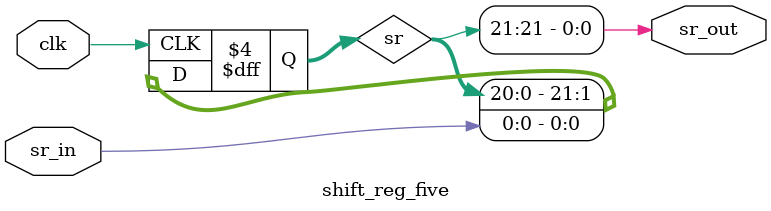
<source format=v>
`timescale 1ns/1ps
module testbench_newton_two();

reg clk;
reg asyn_reset;
reg [1:0] mul_one_op_two,mul_one_op_one;
integer stop;
integer flag;
wire [1:0] product_one;

reg data_x_mul_one_vld,data_y_mul_one_vld,d_out_mul_one_rdy;
wire data_x_mul_one_rdy,data_y_mul_one_rdy,d_out_mul_one_vld;
// multiplier one hd signals

reg [1:0] add_one_op_one, add_one_op_two;
wire [1:0] sum_one;

reg data_x_add_one_vld, data_y_add_one_vld, d_out_add_one_rdy;
wire data_x_add_one_rdy, data_y_add_one_rdy, d_out_add_one_vld;

integer cnt_adder_one = 0;

// adder one hd signals

reg [1:0] mul_two_op_one, mul_two_op_two;
wire [1:0] product_two;
reg [1:0] product_two_wait_one, product_two_wait_two, product_two_wait_three;

reg data_x_mul_two_vld,data_y_mul_two_vld,d_out_mul_two_rdy;
wire data_x_mul_two_rdy,data_y_mul_two_rdy,d_out_mul_two_vld;
// multiplier two 

reg [1:0] div_one_op_one, div_one_op_two;
wire [1:0] quotient_one;

reg data_x_div_one_vld, data_y_div_one_vld, d_out_div_one_rdy;
wire data_x_div_one_rdy, data_y_div_one_rdy, d_out_div_one_vld;

integer cnt_div_op_one = 0;
integer cnt_div_op_two = 0;
// divider one

reg [1:0] add_two_op_one, add_two_op_two;
wire [1:0] sum_two;

reg data_x_add_two_vld, data_y_add_two_vld, d_out_add_two_rdy;
wire data_x_add_two_rdy, data_y_add_two_rdy, d_out_add_two_vld;

integer cnt_adder_two = 0;
// addder two


// second iteration

reg [1:0] mul_three_op_one, mul_three_op_two;
wire [1:0] product_three;

reg data_x_mul_three_vld,data_y_mul_three_vld,d_out_mul_three_rdy;
wire data_x_mul_three_rdy,data_y_mul_three_rdy,d_out_mul_three_vld;
// multiplier_three

reg [1:0] add_three_op_one, add_three_op_two;
wire [1:0] sum_three;

reg data_x_add_three_vld, data_y_add_three_vld, d_out_add_three_rdy;
wire data_x_add_three_rdy, data_y_add_three_rdy, d_out_add_three_vld;

integer cnt_adder_three = 0;
// adder three


reg [1:0] mul_four_op_one, mul_four_op_two;
wire [1:0] product_four;

reg data_x_mul_four_vld,data_y_mul_four_vld,d_out_mul_four_rdy;
wire data_x_mul_four_rdy,data_y_mul_four_rdy,d_out_mul_four_vld;
integer cnt_mul_four = 0;
//multiplier four


reg [1:0] div_two_op_one, div_two_op_two;
wire [1:0] quotient_two;

reg data_x_div_two_vld, data_y_div_two_vld, d_out_div_two_rdy;
wire data_x_div_two_rdy, data_y_div_two_rdy, d_out_div_two_vld;

// divider two

reg [1:0] add_four_op_one, add_four_op_two;
wire [1:0] sum_four;

reg data_x_add_four_vld, data_y_add_four_vld, d_out_add_four_rdy;
wire data_x_add_four_rdy, data_y_add_four_rdy, d_out_add_four_vld;

integer cnt_adder_four = 0;
// adder four

// third iteration


reg [1:0] mul_five_op_one, mul_five_op_two;
wire [1:0] product_five;

reg data_x_mul_five_vld,data_y_mul_five_vld,d_out_mul_five_rdy;
wire data_x_mul_five_rdy,data_y_mul_five_rdy,d_out_mul_five_vld;
integer cnt_mul_five = 0;
// multiplier five


reg [1:0] add_five_op_one, add_five_op_two;
wire [1:0] sum_five;

reg data_x_add_five_vld, data_y_add_five_vld, d_out_add_five_rdy;
wire data_x_add_five_rdy, data_y_add_five_rdy, d_out_add_five_vld;

integer cnt_adder_five = 0;
//adder five

reg [1:0] mul_six_op_one, mul_six_op_two;
wire [1:0] product_six;

reg data_x_mul_six_vld,data_y_mul_six_vld,d_out_mul_six_rdy;
wire data_x_mul_six_rdy,data_y_mul_six_rdy,d_out_mul_six_vld;
integer cnt_mul_six = 0;
// multiplier six 

reg [1:0] div_three_op_one, div_three_op_two;
wire [1:0] quotient_three;

reg data_x_div_three_vld, data_y_div_three_vld, d_out_div_three_rdy;
wire data_x_div_three_rdy, data_y_div_three_rdy, d_out_div_three_vld;

integer cnt_div_three_op_one = 0;
integer cnt_div_three_op_two = 0;
// divider three



reg [1:0] add_six_op_one, add_six_op_two;
wire [1:0] sum_six;

reg data_x_add_six_vld, data_y_add_six_vld, d_out_add_six_rdy;
wire data_x_add_six_rdy, data_y_add_six_rdy, d_out_add_six_vld;

integer cnt_adder_six = 0;
//adder six

//iteration four

reg [1:0] mul_seven_op_one, mul_seven_op_two;
wire [1:0] product_seven;

reg data_x_mul_seven_vld,data_y_mul_seven_vld,d_out_mul_seven_rdy;
wire data_x_mul_seven_rdy,data_y_mul_seven_rdy,d_out_mul_seven_vld;
integer cnt_mul_seven = 0;
// multiplier seven

reg [1:0] add_seven_op_one, add_seven_op_two;
wire [1:0] sum_seven;

reg data_x_add_seven_vld, data_y_add_seven_vld, d_out_add_seven_rdy;
wire data_x_add_seven_rdy, data_y_add_seven_rdy, d_out_add_seven_vld;

integer cnt_add_seven = 0;
//adder seven


reg [1:0] mul_eight_op_one, mul_eight_op_two;
wire [1:0] product_eight;

reg data_x_mul_eight_vld,data_y_mul_eight_vld,d_out_mul_eight_rdy;
wire data_x_mul_eight_rdy,data_y_mul_eight_rdy,d_out_mul_eight_vld;
integer cnt_mul_eight = 0;

// mult eight

reg [1:0] div_four_op_one, div_four_op_two;
wire [1:0] quotient_four;

reg data_x_div_four_vld, data_y_div_four_vld, d_out_div_four_rdy;
wire data_x_div_four_rdy, data_y_div_four_rdy, d_out_div_four_vld;

integer cnt_div_four_op_one = 0;
integer cnt_div_four_op_two = 0;
// divider four

reg [1:0] add_eight_op_one, add_eight_op_two;
wire [1:0] sum_eight;

reg data_x_add_eight_vld, data_y_add_eight_vld, d_out_add_eight_rdy;
wire data_x_add_eight_rdy, data_y_add_eight_rdy, d_out_add_eight_vld;

integer cnt_add_eight = 0;
integer cnt_add_eight_two = 0;

// iteration five

reg [1:0] mul_nine_op_one, mul_nine_op_two;
wire [1:0] product_nine;

reg data_x_mul_nine_vld,data_y_mul_nine_vld,d_out_mul_nine_rdy;
wire data_x_mul_nine_rdy,data_y_mul_nine_rdy,d_out_mul_nine_vld;
integer cnt_mul_nine = 0;
// mul nine

reg [1:0] mul_ten_op_one, mul_ten_op_two;
wire [1:0] product_ten;

reg data_x_mul_ten_vld,data_y_mul_ten_vld,d_out_mul_ten_rdy;
wire data_x_mul_ten_rdy,data_y_mul_ten_rdy,d_out_mul_ten_vld;
integer cnt_mul_ten = 0;
// mul ten

reg [1:0] add_nine_op_one, add_nine_op_two;
wire [1:0] sum_nine;

reg data_x_add_nine_vld, data_y_add_nine_vld, d_out_add_nine_rdy;
wire data_x_add_nine_rdy, data_y_add_nine_rdy, d_out_add_nine_vld;

integer cnt_add_nine = 0;
integer cnt_add_nine_two = 0;
// adder nine

reg [1:0] div_five_op_one, div_five_op_two;
wire [1:0] quotient_five;

reg data_x_div_five_vld, data_y_div_five_vld, d_out_div_five_rdy;
wire data_x_div_five_rdy, data_y_div_five_rdy, d_out_div_five_vld;

integer cnt_div_five_op_one = 0;
integer cnt_div_five_op_two = 0;
// div five

reg [1:0] add_ten_op_one, add_ten_op_two;
wire [1:0] sum_ten;

reg data_x_add_ten_vld, data_y_add_ten_vld, d_out_add_ten_rdy;
wire data_x_add_ten_rdy, data_y_add_ten_rdy, d_out_add_ten_vld;

integer cnt_add_ten = 0;
integer cnt_add_ten_two = 0;
// add ten

integer data_in_file_x, data_in_file_x_two, data_in_file_x_three, data_in_file_x_four, data_in_file_x_five, data_in_file_x_six, data_in_file_y, data_out_file, data_out_three_file;
integer scan_file_add_one, scan_file_mul_one, scan_file_mul_two;
integer scan_file_mul_three, scan_file_mul_four; // these pointers used by mul_two
integer scan_file_add_two;
integer scan_file_add_three, data_in_file_y_two;
integer scan_file_mul_five; 
integer scan_file_add_five, data_in_file_y_three;
integer scan_file_mul_six;
integer data_in_file_x_seven;
integer scan_file_add_seven, data_in_file_y_four;
integer data_out_one_file, data_out_two_file;
integer scan_file_mul_eight, data_in_file_x_eight;
integer scan_file_mul_ten, data_in_file_x_ten;
integer scan_file_add_nine, data_in_file_y_five;
initial begin

        clk=1;
        while(1) begin
                #10 clk=~clk;
        end
end

initial begin
  	data_in_file_x = $fopen("/home/aaron/verilog/file_IO/Newton/x_value.txt","r");
  	data_in_file_x_two = $fopen("/home/aaron/verilog/file_IO/Newton/x_value.txt","r");
  	data_in_file_y = $fopen("/home/aaron/verilog/file_IO/Newton/b_value.txt","r");
  	data_out_file = $fopen("/home/aaron/verilog/file_IO/Newton/result.dat","w");
	data_out_one_file = $fopen("/home/aaron/verilog/file_IO/Newton/result_one.dat","w"); 
	data_out_two_file = $fopen("/home/aaron/verilog/file_IO/Newton/result_two.dat","w"); 
	data_out_three_file = $fopen ("/home/aaron/verilog/file_IO/Newton/div_five_result.dat","w");
	data_in_file_x_three = $fopen("/home/aaron/verilog/file_IO/Newton/x_value.txt","r");
	data_in_file_x_four = $fopen("/home/aaron/verilog/file_IO/Newton/x_value.txt","r");
	data_in_file_x_five =  $fopen("/home/aaron/verilog/file_IO/Newton/x_value.txt","r");
  	data_in_file_y_two = $fopen("/home/aaron/verilog/file_IO/Newton/b_value.txt","r");
	data_in_file_x_six =  $fopen("/home/aaron/verilog/file_IO/Newton/x_value.txt","r");
  	data_in_file_y_three = $fopen("/home/aaron/verilog/file_IO/Newton/b_value.txt","r");
	data_in_file_x_seven =  $fopen("/home/aaron/verilog/file_IO/Newton/x_value.txt","r");
  	data_in_file_y_four = $fopen("/home/aaron/verilog/file_IO/Newton/b_value.txt","r");
	data_in_file_x_eight =  $fopen("/home/aaron/verilog/file_IO/Newton/x_value.txt","r");
	data_in_file_x_ten = $fopen("/home/aaron/verilog/file_IO/Newton/x_value.txt","r");
	data_in_file_y_five = $fopen("/home/aaron/verilog/file_IO/Newton/b_value.txt","r");
end

initial begin
	scan_file_mul_one = $fscanf(data_in_file_x , "%b", mul_one_op_one);
	scan_file_mul_two = $fscanf(data_in_file_x_two, "%b", mul_one_op_two);
	scan_file_mul_three = $fscanf(data_in_file_x_three, "%b", mul_two_op_one); 
	scan_file_mul_four = $fscanf(data_in_file_x_four, "%b", mul_two_op_two); 
	data_x_mul_one_vld <= 1;
	data_y_mul_one_vld <= 1;
	d_out_mul_one_rdy <= 1;
	asyn_reset <= 1;
	flag <= 0;
	stop <= 3;
	
	data_y_add_one_vld <= 1;
	add_one_op_one <= 0;
	add_one_op_two <= 0;
	
	data_x_mul_two_vld <= 1;
	data_y_mul_two_vld <= 1;

	div_one_op_one = 0;
	div_one_op_two = 0;
	
	product_two_wait_one <= 0;
	product_two_wait_two <= 0;
	product_two_wait_three <= 0;

	add_two_op_one <= 0;
	add_two_op_two <= 0;
	data_x_add_two_vld <= 1;  // scanning from input file 

	mul_three_op_one <= 0;
	mul_three_op_two <= 0;
	
	add_three_op_one <= 0;
	add_three_op_two <= 0;
	data_y_add_three_vld <= 1;

	mul_four_op_one <= 0;
	mul_four_op_two <= 0;
	data_x_mul_four_vld <= 1;

	div_two_op_two <= 0;
	div_two_op_one <= 0;

	add_four_op_one <= 0;
	add_four_op_two <= 0;

	mul_five_op_one <= 0;
	mul_five_op_two <= 0;

	add_five_op_one <= 0;
	add_five_op_two <= 0;

	mul_six_op_one <= 0;
	mul_six_op_two <= 0;

	div_three_op_one <= 0;
	div_three_op_two <= 0;

	add_six_op_one <= 0;
	add_six_op_two <= 0;

	mul_seven_op_one <= 0;
	mul_seven_op_two <= 0;

	add_seven_op_one <= 0;
	add_seven_op_two <= 0;

	mul_eight_op_one <= 0;
	mul_eight_op_two <= 0;

	div_four_op_one <= 0;
	div_four_op_two <= 0;

	add_eight_op_one <= 0;
	add_eight_op_two <= 0;

	div_five_op_one <= 0;
	div_five_op_two <= 0;

	mul_nine_op_one <= 0;
	mul_nine_op_two <= 0;

	mul_ten_op_one <= 0;
	mul_ten_op_two <= 0;

	add_nine_op_one <= 0;
	add_nine_op_two <= 0;

	add_ten_op_one <= 0;
	add_ten_op_two <= 0;
end

always @ (*) begin
	data_x_add_one_vld <= d_out_mul_one_vld;
	d_out_mul_one_rdy <= data_x_add_one_rdy;
	// connecting mult_one with add_one
	data_x_div_one_vld <= d_out_add_one_vld;
	d_out_add_one_rdy <= data_x_div_one_rdy;
	data_y_div_one_vld <= d_out_mul_two_vld;	
	d_out_mul_two_rdy <= data_y_div_one_rdy;	
	// connecting divider with mul_two and add_one
	d_out_add_two_rdy <= 1;
	if (cnt_adder_two >= 40) begin
		d_out_div_one_rdy <= data_y_add_two_rdy;
		data_y_add_two_vld <= d_out_div_one_vld;
	end
	else begin
		d_out_div_one_rdy <= 1;
		data_y_add_two_vld <= 1;
	end
	// connecting adder_Two with div_one;
	
	data_x_mul_three_vld <= d_out_add_two_vld;
	data_y_mul_three_vld <= d_out_add_two_vld;
	d_out_add_two_rdy <= data_x_mul_three_rdy;
	// connecting adder_Two with mul_three
	
	data_x_add_three_vld <= d_out_mul_three_vld;
	d_out_mul_three_rdy <= data_x_add_three_rdy;
	// connecting mul_three with add_three
	
	data_y_mul_four_vld <= d_out_add_two_vld;
	data_x_mul_four_vld <= 1;
	// connecting mul_four with add_two
	
	data_x_div_two_vld <= d_out_add_three_vld;
	d_out_add_three_rdy <= data_x_div_two_rdy;
	data_y_div_two_vld <= d_out_mul_four_vld;
	d_out_mul_four_rdy <= data_y_div_two_rdy;
	
	// connecting mul_four,adder_three with div_two
	
	data_x_add_four_vld <= d_out_add_two_vld;

	data_y_add_four_vld <= d_out_div_two_vld;
	d_out_div_two_rdy <= data_y_add_four_rdy;	
	// connecting add_two, div_two with add_four
	if (cnt_adder_four >= 34) begin
	        data_x_mul_five_vld <= d_out_add_four_vld;
		data_y_mul_five_vld <= d_out_add_four_vld;
	end
 	else begin
		data_x_mul_five_vld <= 0;
		data_y_mul_five_vld <= 0;
	end

 	d_out_add_four_rdy <= data_x_mul_five_rdy & data_y_mul_five_rdy;
	// connecting mul_five with add_four
	
	data_x_add_five_vld <= d_out_mul_five_vld;
	d_out_mul_five_rdy <= data_x_add_five_rdy;
	data_y_add_five_vld <= 1;
	// connecting add_five with mul_five
	
	if (cnt_mul_six > 44) begin
		data_y_mul_six_vld <= d_out_add_four_vld;
		data_x_mul_six_vld <= 1;
	end
	else begin
		data_y_mul_six_vld <= 0;
		data_x_mul_six_vld <= 0;
	end

	// mul_six
	data_x_div_three_vld <= d_out_add_five_vld;
	data_y_div_three_vld <= d_out_mul_six_vld;
	d_out_add_five_rdy <= data_x_div_three_rdy;
	d_out_mul_six_rdy <= data_y_div_three_rdy;
	// div_three
	
	data_x_add_six_vld <= d_out_add_four_vld;
	data_y_add_six_vld <= d_out_div_three_vld;
	d_out_div_three_rdy <= data_y_add_six_rdy;
	// add_six
	if (cnt_mul_seven > 57) begin	
		data_x_mul_seven_vld <= d_out_add_six_vld;
		data_y_mul_seven_vld <= d_out_add_six_vld;
	end
	else begin
		data_x_mul_seven_vld <= 0;
		data_y_mul_seven_vld <= 0;
	end
	d_out_add_six_rdy <= data_x_mul_seven_rdy;

	// multiplier seven
	data_x_add_seven_vld <= d_out_mul_seven_vld;
	data_y_add_seven_vld <= 1;
	d_out_mul_seven_rdy <= data_x_add_seven_rdy;
	//adder seven

	data_x_mul_eight_vld <= 1;
	data_y_mul_eight_vld <= d_out_add_six_vld;
	// multiplier eight

	data_x_div_four_vld <= d_out_add_seven_vld;
	data_y_div_four_vld <= d_out_mul_eight_vld;
	d_out_add_seven_rdy <= data_x_div_four_rdy;
	d_out_mul_eight_rdy <= data_y_div_four_rdy;
	d_out_div_four_rdy <= 1;
	// div four
	
	data_x_add_eight_vld <= d_out_add_six_vld;
	data_y_add_eight_vld <= d_out_div_four_vld;
	d_out_div_four_rdy <= data_y_add_eight_rdy;
	// add eight

	if (cnt_mul_nine > 60) begin
		data_x_mul_nine_vld <= d_out_add_eight_vld;
		data_y_mul_nine_vld <= d_out_add_eight_vld;
	end
	else begin
		data_x_mul_nine_vld <= 0;
		data_y_mul_nine_vld <= 0;
	end

	d_out_add_eight_rdy <= data_x_mul_nine_rdy;
	// mul_nine
	data_x_mul_ten_vld <= 1;
	data_y_mul_ten_vld <= d_out_add_eight_vld;
	// mul_ten
	
	data_x_add_nine_vld <= d_out_mul_nine_vld;
	data_y_add_nine_vld <= 1;
	d_out_add_nine_rdy <= 1;
	// add nine
		
	data_x_div_five_vld <= d_out_mul_nine_vld;
	data_y_div_five_vld <= d_out_mul_ten_vld;
	d_out_mul_nine_rdy <= data_x_div_five_rdy;
	d_out_mul_ten_rdy <= data_y_div_five_rdy;
	d_out_div_five_rdy <= data_y_add_ten_rdy;
	// div five
	
	data_x_add_ten_vld <= d_out_add_eight_vld;
	data_y_add_ten_vld <= d_out_div_five_vld;
	d_out_add_ten_rdy <= 1;
end


wire [1:0] tmp_two;
wire [1:0] tmp_three;
reg [1:0] tmp_add_nine;

always@(negedge clk) begin
	asyn_reset <= 0;
        if(data_x_mul_one_rdy && data_x_mul_one_vld) begin
                scan_file_mul_one = $fscanf(data_in_file_x,"%b",mul_one_op_one);
        end
        if (data_y_mul_one_rdy && data_y_mul_one_vld) begin
                scan_file_mul_two = $fscanf(data_in_file_x_two,"%b",mul_one_op_two);
        end
        if (d_out_mul_one_rdy && d_out_mul_one_vld) begin
        	cnt_adder_one = cnt_adder_one + 1;
	end
	if (cnt_adder_one > 3) begin
		if (data_x_add_one_rdy && data_x_add_one_vld) begin
			add_one_op_one <= product_one;
		end
		if (data_y_add_one_rdy && data_y_add_one_vld) begin
                	scan_file_add_one = $fscanf ( data_in_file_y, "%b", add_one_op_two);
		end
	end
	if (data_x_mul_two_rdy && data_x_mul_two_vld) begin
		scan_file_mul_three = $fscanf(data_in_file_x_three, "%b", mul_two_op_one); 
	end
	if (data_y_mul_two_rdy && data_y_mul_two_vld) begin
		scan_file_mul_four = $fscanf(data_in_file_x_four, "%b", mul_two_op_two); 
	end
	if (d_out_add_one_rdy && d_out_add_one_vld) begin
		cnt_div_op_one = cnt_div_op_one + 1;
	end
	if (d_out_mul_two_rdy && d_out_mul_two_vld) begin
		cnt_div_op_two = cnt_div_op_two +1;
	end
	if (data_x_div_one_vld && data_x_div_one_rdy && (cnt_div_op_one > 7)) begin
		div_one_op_one <= ~sum_one;
	end
		if (data_y_div_one_vld && data_y_div_one_rdy) begin
		div_one_op_two <= product_two_wait_two;
		product_two_wait_three <= product_two_wait_two;	
		product_two_wait_two <= product_two_wait_one; 
		product_two_wait_one <= product_two;
	end
	if (d_out_div_one_rdy && d_out_div_one_vld) begin
		cnt_adder_two <= cnt_adder_two + 1;
	end

	if (data_x_add_two_vld && data_x_add_two_rdy) begin
		if (cnt_adder_two > 39) begin
			scan_file_add_two = $fscanf(data_in_file_x_five, "%b", add_two_op_one);
		end
		else begin
			add_two_op_one <= 0;
		end
	end
	if (data_y_add_two_rdy && data_y_add_two_vld) begin
		add_two_op_two <= quotient_one;
	end
	if (d_out_add_two_vld && d_out_add_two_rdy) begin
		cnt_mul_four <= cnt_mul_four + 1;
		cnt_adder_four <= cnt_adder_four + 1;
	end
	if (data_x_mul_three_rdy && data_x_mul_three_vld) begin
		mul_three_op_one <= sum_two;
	end
	if (data_y_mul_three_rdy && data_y_mul_three_vld) begin
		mul_three_op_two <= sum_two;
	end
	if (d_out_mul_three_rdy && d_out_mul_three_vld) begin
		cnt_adder_three <= cnt_adder_three + 1;
	end

	if (data_y_add_three_rdy && data_y_add_three_vld) begin
		if (cnt_adder_three > 28) begin
			scan_file_add_three = $fscanf(data_in_file_y_two, "%b", add_three_op_two);
		end
		else begin
			add_three_op_two <= 0;
		end
	end
	if (data_x_add_three_vld && data_x_add_three_rdy) begin
		add_three_op_one <= product_three;
	end

	if (data_x_mul_four_vld && data_x_mul_four_rdy) begin
		if (cnt_mul_four > 11) begin
			scan_file_mul_five = $fscanf (data_in_file_x_six, "%b", mul_four_op_one);
		end
		else begin
			mul_four_op_one <= 0;
		end
	end
	if (data_y_mul_four_vld && data_x_mul_four_rdy) begin
		mul_four_op_two <= sum_two;
	end

	if (data_x_div_two_rdy && data_x_div_two_vld) begin
		div_two_op_one <= sum_three;
	end
	if (data_y_div_two_rdy && data_y_div_two_vld) begin
		div_two_op_two <= product_four;
	end
//	if (data_x_add_four_rdy && data_x_add_four_vld) begin
//		add_four_op_one <= sum_two;
//	end
	if (data_y_add_four_rdy && data_y_add_four_vld) begin
		add_four_op_two <= quotient_two;
	end
	if (data_x_mul_five_rdy && data_x_mul_five_vld) begin
		mul_five_op_one <= sum_four;
	end
	if (data_y_mul_five_rdy && data_y_mul_five_vld) begin
		mul_five_op_two <= sum_four;
	end
	if (d_out_mul_five_rdy && d_out_mul_five_vld) begin
		cnt_adder_five = cnt_adder_five + 1;
	end
	if (data_x_add_five_rdy && data_x_add_five_vld) begin
		add_five_op_one <= product_five;
	end
	if (data_y_add_five_rdy && data_y_add_five_vld) begin
		if (cnt_adder_five < 7) begin
			add_five_op_two <= 0;
		end
		else begin
			scan_file_add_five = $fscanf (data_in_file_y_three, "%b", add_five_op_two);
		end
	end
	if (data_x_mul_six_rdy && data_x_mul_six_vld) begin
		if (cnt_mul_six > 45) begin
			scan_file_mul_six = $fscanf (data_in_file_x_seven, "%b", mul_six_op_one);	
		end
		else begin
			mul_six_op_one <= 0;
		end
	end
	if (data_y_mul_six_rdy && data_y_mul_six_vld) begin
		mul_six_op_two <= sum_four;
	end
	if (d_out_add_four_rdy && d_out_add_four_vld) begin
		cnt_mul_six <= cnt_mul_six + 1;
	end
	if (d_out_mul_six_rdy && d_out_mul_six_vld) begin
		cnt_div_three_op_one <= cnt_div_three_op_one + 1;
	end
	if (d_out_add_five_vld && d_out_add_five_rdy) begin
		cnt_div_three_op_two <= cnt_div_three_op_two + 1;
	end
	if (data_x_div_three_rdy && data_x_div_three_vld) begin
		div_three_op_one <= sum_five;
	end
	if (data_y_div_three_rdy && data_y_div_three_vld) begin
		div_three_op_two <= product_six;
	end
	if (d_out_div_three_vld && d_out_div_three_rdy) begin
		//$fwrite(data_out_file, "%b\n", quotient_three);
		cnt_adder_six <= cnt_adder_six + 1;
	end
	if (d_out_add_six_rdy && d_out_add_six_vld) begin
//		$fwrite(data_out_file, "%b\n", sum_six);
		cnt_mul_seven = cnt_mul_seven + 1;
	end

//	if (data_x_add_six_vld && data_x_add_six_rdy) begin
//		add_six_op_one <= sum_four;
//	end
	if (data_y_add_six_rdy && data_y_add_six_vld) begin
		add_six_op_two <= quotient_three;
	end
	if (data_x_mul_seven_vld && data_x_mul_seven_rdy) begin
		mul_seven_op_one <= sum_six;
	end
	if (data_y_mul_seven_vld && data_y_mul_seven_rdy) begin
		mul_seven_op_two <= sum_six;
	end
	if (d_out_mul_seven_vld && d_out_mul_seven_rdy) begin
		cnt_add_seven = cnt_add_seven + 1;
	end
	if (data_x_add_seven_rdy && data_x_add_seven_vld) begin
		add_seven_op_one <= product_seven;
	end
	if (d_out_add_seven_rdy && d_out_add_seven_vld) begin
	//	$fwrite(data_out_file, "%b\n", sum_seven);
	end

	if (data_y_add_seven_rdy && data_y_add_seven_vld) begin
		if (cnt_add_seven > 8) begin
			scan_file_add_seven = $fscanf (data_in_file_y_four, "%b", add_seven_op_two);
		end
		else begin
			add_seven_op_two <= 0;
		end
	end
	if (data_x_mul_eight_rdy && data_x_mul_eight_vld) begin
		scan_file_mul_eight = $fscanf (data_in_file_x_eight, "%b", mul_eight_op_one);
	end
	if (data_y_mul_eight_rdy && data_y_mul_eight_vld) begin
		mul_eight_op_two <= sum_six;
	end
	if (d_out_mul_eight_vld && d_out_mul_eight_rdy) begin
		cnt_mul_eight <= cnt_mul_eight + 1;
	end

	
	if (d_out_add_seven_vld && d_out_add_seven_rdy) begin
		cnt_div_four_op_one <= cnt_div_four_op_one + 1;
	end
	if (d_out_add_four_vld && d_out_add_four_rdy) begin
		cnt_div_four_op_two <= cnt_div_four_op_two + 1;
	end
	if (data_x_div_four_rdy && data_x_div_four_vld) begin
		if (sum_seven == 2'b11) begin
			div_four_op_one <= 0;
		end
		else begin
			div_four_op_one <= sum_seven;
		end

	end

	if (d_out_div_four_rdy && d_out_div_four_vld) begin
		cnt_add_eight <= cnt_add_eight + 1;
	end
	if (data_x_add_eight_vld && data_x_add_eight_rdy) begin
	//	add_eight_op_one <= sum_six;
		cnt_add_eight_two <= cnt_add_eight_two + 1;
	end
	if (data_y_add_eight_rdy && data_y_add_eight_vld) begin
		add_eight_op_two <= quotient_four;
	end
	if (d_out_add_eight_rdy && d_out_add_eight_vld) begin
		cnt_mul_nine <= cnt_mul_nine + 1;
		cnt_add_ten <= cnt_add_ten + 1;
	end
	if (data_x_mul_nine_rdy && data_x_mul_nine_vld) begin
		mul_nine_op_one <= sum_eight;
	end
	if (data_y_mul_nine_vld && data_y_mul_nine_rdy) begin
		mul_nine_op_two <= sum_eight;
	end
	if (d_out_mul_nine_rdy && d_out_mul_nine_vld) begin
		cnt_add_nine <= cnt_add_nine + 1;
	end
	if (data_x_mul_ten_vld && data_x_mul_ten_rdy) begin
		scan_file_mul_ten = $fscanf(data_in_file_x_ten, "%b", mul_ten_op_one);
	end
	if (data_y_mul_ten_vld && data_y_mul_ten_rdy) begin
		mul_ten_op_two <= sum_eight;
	end
	if (d_out_mul_ten_vld && d_out_mul_ten_rdy) begin
	end

	if (data_x_add_nine_rdy && data_x_add_nine_vld)begin
		add_nine_op_one <= product_nine;
	end
	if (data_y_add_nine_rdy && data_y_add_nine_vld) begin
		if (cnt_add_nine > 30 ) begin
			scan_file_add_nine = $fscanf(data_in_file_y_five, "%b", add_nine_op_two);
		end
		else begin
			add_nine_op_two <= 0;
		end

	end
	if (d_out_add_nine_rdy && d_out_add_nine_vld) begin
	end

	if (data_x_div_five_vld && data_x_div_five_rdy) begin
		$fwrite(data_out_one_file, "%b\n", div_five_op_one);
		if (cnt_add_nine > 50) begin
			div_five_op_one <= product_nine;
		end
		else begin
			div_five_op_one <= 0;
		end
	end
	if (data_y_div_five_vld && data_y_div_five_rdy) begin
		//div_five_op_two <= product_ten; 
		$fwrite(data_out_two_file, "%b\n", div_five_op_two);
	end

	if (d_out_div_five_rdy && d_out_div_five_vld) begin
		cnt_add_ten_two <= cnt_add_ten_two + 1;
	end
	if (data_x_add_ten_vld && data_x_add_ten_rdy) begin
		//add_ten_op_one <= sum_eight;
	end
	if (data_y_add_ten_vld && data_y_add_ten_rdy) begin
		add_ten_op_two <= quotient_five;
	end
	if (d_out_add_ten_rdy && d_out_add_ten_vld) begin
		$fwrite(data_out_file, "%b\n", sum_ten);
	end
end

wire [1:0] tmp;
shift_reg upper_shift( data_x_add_four_vld,sum_two[1],tmp[1]);
shift_reg lower_shift(data_x_add_four_vld,sum_two[0],tmp[0]);
always @ (*) begin
	add_four_op_one <= tmp;
end

wire [1:0] tmp_one;
shift_reg_one upper_shift_one (data_x_add_five_vld, sum_four[1], tmp_one[1]);
shift_reg_one lower_shift_one (data_x_add_five_vld, sum_four[0], tmp_one[0]);

always @ (*) begin
	add_six_op_one <= tmp_one;
end

shift_reg_two upper_shift_two(data_y_div_four_vld,product_eight[1],tmp_two[1]);
shift_reg_two lower_shift_two(data_y_div_four_vld,product_eight[0],tmp_two[0]);
always @ (*) begin
	div_four_op_two <= tmp_two;
end

shift_reg_three upper_shift_three(data_x_add_eight_vld,sum_six[1],tmp_three[1]);
shift_reg_three lower_shift_three(data_x_add_eight_vld,sum_six[0],tmp_three[0]);
always @ (*) begin
	add_eight_op_one<= tmp_three;
end

wire [1:0] tmp_four;
shift_reg_four upper_shift_four(data_y_div_five_vld,product_ten[1],tmp_four[1]);
shift_reg_four lower_shift_four(data_y_div_five_vld,product_ten[0],tmp_four[0]);
always @ (*) begin
	div_five_op_two<= tmp_four;
end

wire [1:0] tmp_five;
shift_reg_five upper_shift_five(data_x_add_ten_vld,sum_eight[1],tmp_five[1]);
shift_reg_five lower_shift_five(data_x_add_ten_vld,sum_eight[0],tmp_five[0]);
always @ (*) begin
	add_ten_op_one<= tmp_five;
end
Newton_Method Newton(
clk, 
asyn_reset, 
mul_one_op_one, 
mul_one_op_two, 
product_one, 
data_x_mul_one_vld, 
data_x_mul_one_rdy, 
data_y_mul_one_vld, 
data_y_mul_one_rdy,
d_out_mul_one_rdy, 
d_out_mul_one_vld, 
add_one_op_one, 
add_one_op_two, 
sum_one, 
data_x_add_one_vld, 
data_y_add_one_vld, 
d_out_add_one_rdy,
data_x_add_one_rdy, 
data_y_add_one_rdy, 
d_out_add_one_vld, 
mul_two_op_one,
mul_two_op_two,
product_two, 
product_two_wait_one, 
product_two_wait_two, 
product_two_wait_three, 
data_x_mul_two_vld,
data_y_mul_two_vld,
d_out_mul_two_rdy, 
data_x_mul_two_rdy,
data_y_mul_two_rdy,
d_out_mul_two_vld,
div_one_op_one, 
div_one_op_two,
quotient_one,
data_x_div_one_vld, 
data_y_div_one_vld, 
d_out_div_one_rdy,
data_x_div_one_rdy, 
data_y_div_one_rdy, 
d_out_div_one_vld,
add_two_op_one, 
add_two_op_two,
sum_two,
data_x_add_two_vld, 
data_y_add_two_vld, 
d_out_add_two_rdy,
data_x_add_two_rdy, 
data_y_add_two_rdy, 
d_out_add_two_vld,
mul_three_op_one, 
mul_three_op_two,
product_three,
data_x_mul_three_vld,
data_y_mul_three_vld,
d_out_mul_three_rdy,
data_x_mul_three_rdy,
data_y_mul_three_rdy,
d_out_mul_three_vld,
add_three_op_one, 
add_three_op_two,
sum_three,
data_x_add_three_vld, 
data_y_add_three_vld, 
d_out_add_three_rdy,
data_x_add_three_rdy, 
data_y_add_three_rdy, 
d_out_add_three_vld,
mul_four_op_one,
mul_four_op_two,
product_four,
data_x_mul_four_vld,
data_y_mul_four_vld,
d_out_mul_four_rdy,
data_x_mul_four_rdy,
data_y_mul_four_rdy,
d_out_mul_four_vld,
div_two_op_one, 
div_two_op_two,
quotient_two,
data_x_div_two_vld,
data_y_div_two_vld, 
d_out_div_two_rdy,
data_x_div_two_rdy, 
data_y_div_two_rdy, 
d_out_div_two_vld,
add_four_op_one, 
add_four_op_two,
sum_four,
data_x_add_four_vld, 
data_y_add_four_vld, 
d_out_add_four_rdy,
data_x_add_four_rdy, 
data_y_add_four_rdy, 
d_out_add_four_vld,
mul_five_op_one, 
mul_five_op_two,
product_five,
data_x_mul_five_vld,
data_y_mul_five_vld,
d_out_mul_five_rdy,
data_x_mul_five_rdy,
data_y_mul_five_rdy,
d_out_mul_five_vld,
add_five_op_one, 
add_five_op_two,
sum_five,
data_x_add_five_vld, 
data_y_add_five_vld, 
d_out_add_five_rdy,
data_x_add_five_rdy, 
data_y_add_five_rdy, 
d_out_add_five_vld,
mul_six_op_one, 
mul_six_op_two,
product_six,
data_x_mul_six_vld,
data_y_mul_six_vld,
d_out_mul_six_rdy,
data_x_mul_six_rdy,
data_y_mul_six_rdy,
d_out_mul_six_vld,
div_three_op_one,
div_three_op_two,
quotient_three,
data_x_div_three_vld, 
data_y_div_three_vld, 
d_out_div_three_rdy,
data_x_div_three_rdy, 
data_y_div_three_rdy, 
d_out_div_three_vld,
add_six_op_one, 
add_six_op_two,
sum_six,
data_x_add_six_vld, 
data_y_add_six_vld, 
d_out_add_six_rdy,
data_x_add_six_rdy, 
data_y_add_six_rdy, 
d_out_add_six_vld,
mul_seven_op_one, 
mul_seven_op_two,
product_seven,
data_x_mul_seven_vld,
data_y_mul_seven_vld,
d_out_mul_seven_rdy,
data_x_mul_seven_rdy,
data_y_mul_seven_rdy,
d_out_mul_seven_vld,
add_seven_op_one, 
add_seven_op_two,
sum_seven,
data_x_add_seven_vld, 
data_y_add_seven_vld,
d_out_add_seven_rdy,
data_x_add_seven_rdy, 
data_y_add_seven_rdy, 
d_out_add_seven_vld,
mul_eight_op_one, 
mul_eight_op_two,
product_eight,
data_x_mul_eight_vld,
data_y_mul_eight_vld,
d_out_mul_eight_rdy,
data_x_mul_eight_rdy,
data_y_mul_eight_rdy,
d_out_mul_eight_vld,
div_four_op_one,
div_four_op_two,
quotient_four,
data_x_div_four_vld,
data_y_div_four_vld, 
d_out_div_four_rdy,
data_x_div_four_rdy, 
data_y_div_four_rdy, 
d_out_div_four_vld,
add_eight_op_one, 
add_eight_op_two,
sum_eight,
data_x_add_eight_vld,
data_y_add_eight_vld,
d_out_add_eight_rdy,
data_x_add_eight_rdy, 
data_y_add_eight_rdy, 
d_out_add_eight_vld,
mul_nine_op_one, 
mul_nine_op_two,
product_nine,
data_x_mul_nine_vld,
data_y_mul_nine_vld,
d_out_mul_nine_rdy,
data_x_mul_nine_rdy,
data_y_mul_nine_rdy,
d_out_mul_nine_vld,
mul_ten_op_one,	
mul_ten_op_two,
product_ten,
data_x_mul_ten_vld,
data_y_mul_ten_vld,
d_out_mul_ten_rdy,
data_x_mul_ten_rdy,
data_y_mul_ten_rdy,
d_out_mul_ten_vld,
add_nine_op_one,
add_nine_op_two,
sum_nine,
data_x_add_nine_vld, 
data_y_add_nine_vld, 
d_out_add_nine_rdy,
data_x_add_nine_rdy, 
data_y_add_nine_rdy, 
d_out_add_nine_vld,
div_five_op_one, 
div_five_op_two,
quotient_five,
data_x_div_five_vld,
data_y_div_five_vld, 
d_out_div_five_rdy,
data_x_div_five_rdy,
data_y_div_five_rdy, 
d_out_div_five_vld,
add_ten_op_one, 
add_ten_op_two,
sum_ten,
data_x_add_ten_vld, 
data_y_add_ten_vld, 
d_out_add_ten_rdy,
data_x_add_ten_rdy, 
data_y_add_ten_rdy, 
d_out_add_ten_vld);



endmodule


module shift_reg (clk,sr_in,sr_out);
parameter DELAY = 20;
input clk;
input sr_in;
output  sr_out;
reg sr_out;
reg [DELAY:0] sr;


initial begin
	sr <= 0;
	sr_out <= 0;
end

always @ (posedge clk) begin
	sr[DELAY:1] <= sr[DELAY-1:0];
	sr[0] <= sr_in;
end

always @ (*) begin
       	sr_out = sr[DELAY];
end
endmodule

module shift_reg_one (clk,sr_in,sr_out);
parameter DELAY = 10;
input clk;
input sr_in;
output  sr_out;
reg sr_out;
reg [DELAY:0] sr;

initial begin
	sr <= 0;
	sr_out <= 0;
end

always @ (posedge clk) begin
	sr[DELAY:1] <= sr[DELAY-1:0];
	sr[0] <= sr_in;
end

always @ (*) begin
       	sr_out = sr[DELAY];
end
endmodule

module shift_reg_two (clk,sr_in,sr_out);
parameter DELAY = 15;
input clk;
input sr_in;
output  sr_out;
reg sr_out;
reg [DELAY:0] sr;

initial begin
	sr <= 0;
	sr_out <= 0;
end

always @ (posedge clk) begin
	sr[DELAY:1] <= sr[DELAY-1:0];
	sr[0] <= sr_in;
end

always @ (*) begin
       	sr_out = sr[DELAY];

end
endmodule

module shift_reg_three (clk,sr_in,sr_out);
parameter DELAY = 12;
input clk;
input sr_in;
output  sr_out;
reg sr_out;
reg [DELAY:0] sr;

initial begin
	sr <= 0;
	sr_out <= 0;
end

always @ (posedge clk) begin
	sr[DELAY:1] <= sr[DELAY-1:0];
	sr[0] <= sr_in;
end

always @ (*) begin
       	sr_out = sr[DELAY];
end

endmodule

module shift_reg_four (clk,sr_in,sr_out);
parameter DELAY = 38;
input clk;
input sr_in;
output  sr_out;
reg sr_out;
reg [DELAY:0] sr;

initial begin
	sr <= 0;
	sr_out <= 0;
end

always @ (posedge clk) begin
	sr[DELAY:1] <= sr[DELAY-1:0];
	sr[0] <= sr_in;
end

always @ (*) begin
       	sr_out = sr[DELAY];
end

endmodule

module shift_reg_five (clk,sr_in,sr_out);
parameter DELAY = 21;
input clk;
input sr_in;
output  sr_out;
reg sr_out;
reg [DELAY:0] sr;

initial begin
	sr <= 0;
	sr_out <= 0;
end

always @ (posedge clk) begin
	sr[DELAY:1] <= sr[DELAY-1:0];
	sr[0] <= sr_in;
end

always @ (*) begin
       	sr_out = sr[DELAY];
end

endmodule


</source>
